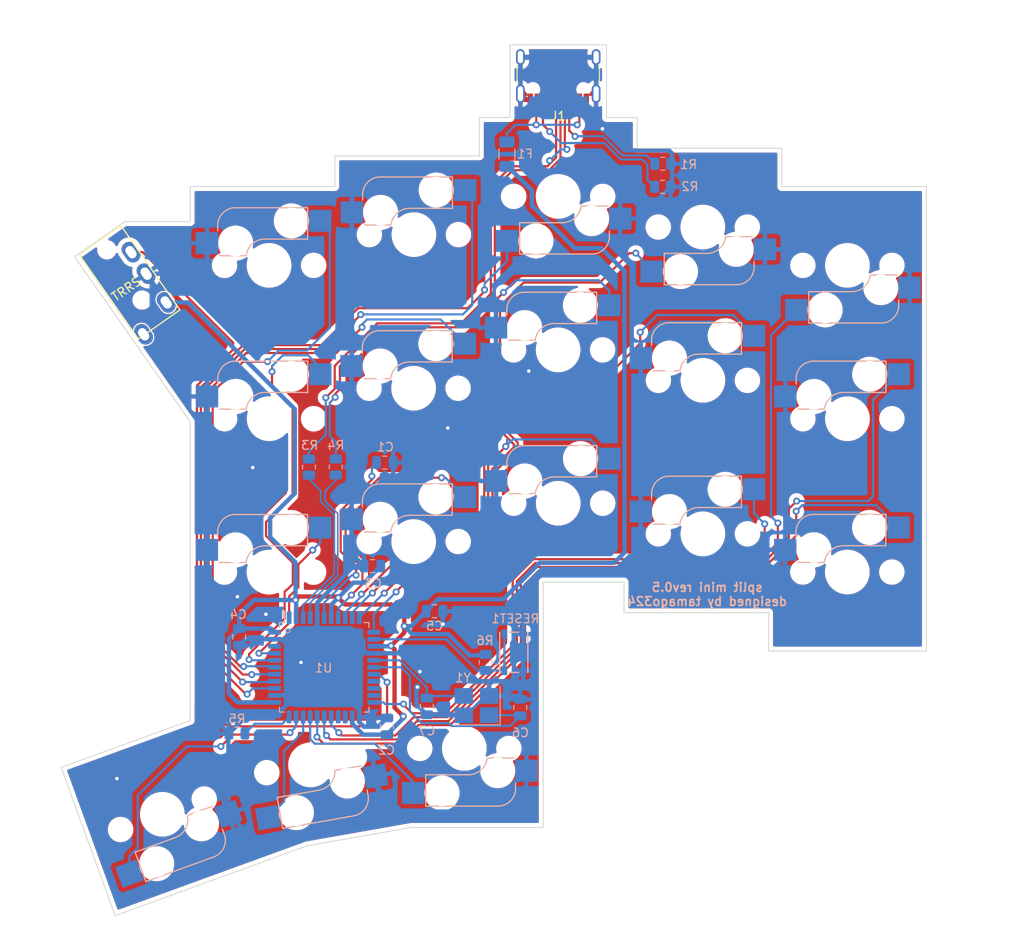
<source format=kicad_pcb>
(kicad_pcb (version 20211014) (generator pcbnew)
  (layers (0 "F.Cu" signal) (31 "B.Cu" signal) (34 "B.Paste" user) (35 "F.Paste" user) (36 "B.SilkS" user "B.Silkscreen") (37 "F.SilkS" user "F.Silkscreen") (38 "B.Mask" user) (39 "F.Mask" user) (44 "Edge.Cuts" user))
  (net 0 "")
  (net 1 "Net-(C1-Pad1)")
  (net 2 "GND")
  (net 3 "VCC")
  (net 4 "XTAL1")
  (net 5 "XTAL2")
  (net 6 "Net-(F1-Pad1)")
  (net 7 "Net-(J1-PadA5)")
  (net 8 "Net-(J1-PadA6)")
  (net 9 "Net-(J1-PadA7)")
  (net 11 "Net-(J1-PadB5)")
  (net 13 "SCL")
  (net 15 "D-")
  (net 16 "D+")
  (net 17 "Net-(R5-Pad1)")
  (net 18 "RESET")
  (net 19 "/col0")
  (net 20 "/col1")
  (net 21 "/col2")
  (net 22 "/col3")
  (net 23 "/col4")
  (net 24 "/col5")
  (net 25 "/col6")
  (net 26 "/col7")
  (net 27 "/col8")
  (net 28 "/col9")
  (net 29 "/col10")
  (net 30 "/col11")
  (net 31 "/col12")
  (net 32 "/col13")
  (net 33 "/col14")
  (net 34 "/col15")
  (net 35 "/col16")
  (net 36 "/col17")
  (footprint "split mini:CherryMX_Hotswap" (layer "F.Cu") (at 106.84 75.43)
    (fp_text reference "SW15" hide)
    (fp_text value "SW_Push" hide)
  )
  (footprint "split mini:USB_C_Receptacle_Neltron_5077CR-16SMC2" (layer "F.Cu") (at 73.86 17.75 180)
    (fp_text reference "J1")
    (fp_text value "USB_C_Receptacle_USB2.0")
  )
  (footprint "split mini:CherryMX_Hotswap" (layer "F.Cu") (at 57.35 54.46)
    (fp_text reference "SW7" hide)
    (fp_text value "SW_Push" hide)
  )
  (footprint "split mini:CherryMX_Hotswap" (layer "F.Cu") (at 73.85 32.57 180)
    (fp_text reference "SW3" hide)
    (fp_text value "SW_Push" hide)
  )
  (footprint "split mini:CherryMX_Hotswap" (layer "F.Cu") (at 40.87 57.94)
    (fp_text reference "SW6" hide)
    (fp_text value "SW_Push" hide)
  )
  (footprint "split mini:CherryMX_Hotswap" (layer "F.Cu") (at 45.6 97.44 -170)
    (fp_text reference "SW17" hide)
    (fp_text value "SW_Push" hide)
  )
  (footprint "split mini:CherryMX_Hotswap" (layer "F.Cu") (at 90.36 71.07)
    (fp_text reference "SW14" hide)
    (fp_text value "SW_Push" hide)
  )
  (footprint "split mini:CherryMX_Hotswap" (layer "F.Cu") (at 90.36 53.56)
    (fp_text reference "SW9" hide)
    (fp_text value "SW_Push" hide)
  )
  (footprint "split mini:CherryMX_Hotswap" (layer "F.Cu") (at 73.84 50.08)
    (fp_text reference "SW8" hide)
    (fp_text value "SW_Push" hide)
  )
  (footprint "split mini:MJ-4PP-9_1side" (layer "F.Cu") (at 21.494202 37.433667 35)
    (fp_text reference "J2")
    (fp_text value "MJ-4PP-9" hide)
  )
  (footprint "split mini:CherryMX_Hotswap" (layer "F.Cu") (at 106.85 57.94)
    (fp_text reference "SW10" hide)
    (fp_text value "SW_Push" hide)
  )
  (footprint "split mini:CherryMX_Hotswap" (layer "F.Cu") (at 40.85 75.44)
    (fp_text reference "SW11" hide)
    (fp_text value "SW_Push" hide)
  )
  (footprint "split mini:CherryMX_Hotswap" (layer "F.Cu") (at 40.86 40.44)
    (fp_text reference "SW1" hide)
    (fp_text value "SW_Push" hide)
  )
  (footprint "split mini:CherryMX_Hotswap" (layer "F.Cu") (at 57.36 71.95)
    (fp_text reference "SW12" hide)
    (fp_text value "SW_Push" hide)
  )
  (footprint "split mini:CherryMX_Hotswap" (layer "F.Cu") (at 106.85 40.44 180)
    (fp_text reference "SW5" hide)
    (fp_text value "SW_Push" hide)
  )
  (footprint "split mini:CherryMX_Hotswap" (layer "F.Cu") (at 57.39 36.93)
    (fp_text reference "SW2" hide)
    (fp_text value "SW_Push" hide)
  )
  (footprint "split mini:CherryMX_Hotswap" (layer "F.Cu") (at 73.85 67.58)
    (fp_text reference "SW13" hide)
    (fp_text value "SW_Push" hide)
  )
  (footprint "split mini:CherryMX_Hotswap" (layer "F.Cu") (at 28.69 103.07 -160)
    (fp_text reference "SW16" hide)
    (fp_text value "SW_Push" hide)
  )
  (footprint "split mini:CherryMX_Hotswap" (layer "F.Cu") (at 90.35 36.07 180)
    (fp_text reference "SW4" hide)
    (fp_text value "SW_Push" hide)
  )
  (footprint "split mini:CherryMX_Hotswap" (layer "F.Cu") (at 63.14 95.56 180)
    (fp_text reference "SW18" hide)
    (fp_text value "SW_Push" hide)
  )
  (footprint "Package_QFP:LQFP-44_10x10mm_P0.8mm" (layer "B.Cu") (at 47.1525 86.3 -90)
    (fp_text reference "U1")
    (fp_text value "ATmega32U4-A")
  )
  (footprint "Fuse:Fuse_1206_3216Metric" (layer "B.Cu") (at 68 27.75 -90)
    (fp_text reference "F1")
    (fp_text value "500mA")
  )
  (footprint "Resistor_SMD:R_0805_2012Metric" (layer "B.Cu") (at 37.2 93.85 180)
    (fp_text reference "R5")
    (fp_text value "10k")
  )
  (footprint "Resistor_SMD:R_0805_2012Metric" (layer "B.Cu") (at 85.79 28.84)
    (fp_text reference "R1")
    (fp_text value "5.1k")
  )
  (footprint "Capacitor_SMD:C_0805_2012Metric" (layer "B.Cu") (at 59.74 79.9)
    (fp_text reference "C5")
    (fp_text value "10μF")
  )
  (footprint "Capacitor_SMD:C_0805_2012Metric" (layer "B.Cu") (at 58.86 90.76 -90)
    (fp_text reference "C7")
    (fp_text value "22pF")
  )
  (footprint "Resistor_SMD:R_0805_2012Metric" (layer "B.Cu") (at 85.7625 31.48)
    (fp_text reference "R2")
    (fp_text value "5.1k")
  )
  (footprint "nosuz:SKRPAxE010" (layer "B.Cu") (at 68.79 84.59 90)
    (fp_text reference "RESET1")
    (fp_text value "SKRPACE010")
  )
  (footprint "Crystal:Crystal_SMD_SeikoEpson_FA238-4Pin_3.2x2.5mm_HandSoldering" (layer "B.Cu") (at 64.53 90.67 180)
    (fp_text reference "Y1")
    (fp_text value "16MHz")
  )
  (footprint "Capacitor_SMD:C_0805_2012Metric" (layer "B.Cu") (at 37.46 82.83 -90)
    (fp_text reference "C4")
    (fp_text value "0.1μF")
  )
  (footprint "Capacitor_SMD:C_0805_2012Metric" (layer "B.Cu") (at 54.3025 93.03 90)
    (fp_text reference "C2")
    (fp_text value "0.1μF")
  )
  (footprint "Resistor_SMD:R_0805_2012Metric" (layer "B.Cu") (at 65.57 85.74 -90)
    (fp_text reference "R6")
    (fp_text value "10k")
  )
  (footprint "Capacitor_SMD:C_0805_2012Metric" (layer "B.Cu") (at 69.52 90.89 -90)
    (fp_text reference "C6")
    (fp_text value "22pF")
  )
  (footprint "Resistor_SMD:R_0805_2012Metric" (layer "B.Cu") (at 48.47 63.4425 -90)
    (fp_text reference "R4")
    (fp_text value "22")
  )
  (footprint "Resistor_SMD:R_0805_2012Metric" (layer "B.Cu") (at 45.41 63.46 -90)
    (fp_text reference "R3")
    (fp_text value "22")
  )
  (footprint "Capacitor_SMD:C_0805_2012Metric" (layer "B.Cu") (at 52.66 74.75 180)
    (fp_text reference "C3")
    (fp_text value "0.1μF")
  )
  (footprint "Capacitor_SMD:C_0805_2012Metric" (layer "B.Cu") (at 54.07 62.94)
    (fp_text reference "C1")
    (fp_text value "1μF")
  )
  (gr_circle (center 42.9925 82.12) (end 43.2225 82.21) (layer "B.SilkS") (width 0.1) (fill none))
  (gr_line (start 31.862559 92.361502) (end 17.138087 97.720772) (layer "Edge.Cuts") (width 0.1))
  (gr_line (start 99.362559 27.072346) (end 82.862559 27.072346) (layer "Edge.Cuts") (width 0.1))
  (gr_line (start 99.362559 31.447346) (end 99.362559 27.072346) (layer "Edge.Cuts") (width 0.1))
  (gr_line (start 31.862559 35.447346) (end 24.406065 35.447346) (layer "Edge.Cuts") (width 0.1))
  (gr_line (start 31.862559 58.30045) (end 18.672001 39.462381) (layer "Edge.Cuts") (width 0.1))
  (gr_line (start 97.862559 80.072346) (end 97.862559 84.447346) (layer "Edge.Cuts") (width 0.1))
  (gr_line (start 23.294449 114.635239) (end 45.197576 106.663153) (layer "Edge.Cuts") (width 0.1))
  (gr_line (start 81.362559 80.072346) (end 97.862559 80.072346) (layer "Edge.Cuts") (width 0.1))
  (gr_line (start 17.138087 97.720772) (end 23.294449 114.635239) (layer "Edge.Cuts") (width 0.1))
  (gr_line (start 48.362559 27.947346) (end 64.862559 27.947346) (layer "Edge.Cuts") (width 0.1))
  (gr_line (start 115.862559 31.447346) (end 99.362559 31.447346) (layer "Edge.Cuts") (width 0.1))
  (gr_line (start 72.137559 104.572346) (end 72.137559 76.572346) (layer "Edge.Cuts") (width 0.1))
  (gr_line (start 57.05513 104.572346) (end 72.137559 104.572346) (layer "Edge.Cuts") (width 0.1))
  (gr_line (start 97.862559 84.447346) (end 115.862559 84.447346) (layer "Edge.Cuts") (width 0.1))
  (gr_line (start 82.862559 27.072346) (end 82.862559 23.572346) (layer "Edge.Cuts") (width 0.1))
  (gr_line (start 31.862559 58.30045) (end 31.862559 92.361502) (layer "Edge.Cuts") (width 0.1))
  (gr_line (start 64.862559 23.572346) (end 68.362559 23.572346) (layer "Edge.Cuts") (width 0.1))
  (gr_line (start 45.197576 106.663153) (end 57.05513 104.572346) (layer "Edge.Cuts") (width 0.1))
  (gr_line (start 68.362559 15.272346) (end 68.362559 23.572346) (layer "Edge.Cuts") (width 0.1))
  (gr_line (start 115.862559 84.447346) (end 115.862559 31.447346) (layer "Edge.Cuts") (width 0.1))
  (gr_line (start 48.362559 31.447346) (end 48.362559 27.947346) (layer "Edge.Cuts") (width 0.1))
  (gr_line (start 18.672001 39.462381) (end 24.406065 35.447346) (layer "Edge.Cuts") (width 0.1))
  (gr_line (start 79.362559 15.272346) (end 79.362559 23.572346) (layer "Edge.Cuts") (width 0.1))
  (gr_line (start 79.362559 23.572346) (end 82.862559 23.572346) (layer "Edge.Cuts") (width 0.1))
  (gr_line (start 68.362559 15.272346) (end 79.362559 15.272346) (layer "Edge.Cuts") (width 0.1))
  (gr_line (start 31.862559 31.447346) (end 31.862559 35.447346) (layer "Edge.Cuts") (width 0.1))
  (gr_line (start 64.862559 27.947346) (end 64.862559 23.572346) (layer "Edge.Cuts") (width 0.1))
  (gr_line (start 48.362559 31.447346) (end 31.862559 31.447346) (layer "Edge.Cuts") (width 0.1))
  (gr_line (start 81.362559 76.572346) (end 81.362559 80.072346) (layer "Edge.Cuts") (width 0.1))
  (gr_line (start 72.137559 76.572346) (end 81.362559 76.572346) (layer "Edge.Cuts") (width 0.1))
  (gr_text "split mini rev0.5\ndesigned by tamago324" (at 90.84 77.98) (layer "B.SilkS") (effects (font (size 1 1) (thickness 0.2)) (justify mirror)))
  (segment (start 49.03 73.084064) (end 49.03 68.448909) (width 0.25) (layer "F.Cu") (net 1))
  (segment (start 50.786478 74.840542) (end 49.03 73.084064) (width 0.25) (layer "F.Cu") (net 1))
  (segment (start 52.59 64.888909) (end 52.59 64.5) (width 0.25) (layer "F.Cu") (net 1))
  (segment (start 49.03 68.448909) (end 52.59 64.888909) (width 0.25) (layer "F.Cu") (net 1))
  (segment (start 50.786478 75.7895) (end 50.786478 74.840542) (width 0.25) (layer "F.Cu") (net 1))
  (via (at 52.59 64.5) (size 0.8) (drill 0.4) (layers "F.Cu" "B.Cu") (net 1))
  (via (at 50.786478 75.7895) (size 0.8) (drill 0.4) (layers "F.Cu" "B.Cu") (net 1))
  (segment (start 52.59 63.47) (end 53.12 62.94) (width 0.25) (layer "B.Cu") (net 1))
  (segment (start 47.1525 78.9375) (end 47.1525 80.6375) (width 0.25) (layer "B.Cu") (net 1))
  (segment (start 50.786478 75.7895) (end 50.3005 75.7895) (width 0.25) (layer "B.Cu") (net 1))
  (segment (start 50.3005 75.7895) (end 47.1525 78.9375) (width 0.25) (layer "B.Cu") (net 1))
  (segment (start 52.59 64.5) (end 52.59 63.47) (width 0.25) (layer "B.Cu") (net 1))
  (segment (start 77.06 23.61) (end 78.3 24.85) (width 0.5) (layer "F.Cu") (net 2))
  (segment (start 60.71 81.38) (end 60.71 84.15) (width 0.5) (layer "F.Cu") (net 2))
  (segment (start 60.71 84.15) (end 58.072299 86.787701) (width 0.5) (layer "F.Cu") (net 2))
  (segment (start 70.66 21.55) (end 70.24 21.55) (width 0.5) (layer "F.Cu") (net 2))
  (segment (start 57.787701 87.072299) (end 58.072299 86.787701) (width 0.5) (layer "F.Cu") (net 2))
  (segment (start 70.24 21.55) (end 69.54 20.85) (width 0.5) (layer "F.Cu") (net 2))
  (segment (start 77.06 21.55) (end 77.06 23.61) (width 0.5) (layer "F.Cu") (net 2))
  (segment (start 78.3 24.85) (end 78.9 24.85) (width 0.5) (layer "F.Cu") (net 2))
  (segment (start 57.787701 88.552299) (end 57.787701 87.072299) (width 0.5) (layer "F.Cu") (net 2))
  (via (at 44.5 85.75) (size 0.8) (drill 0.4) (layers "F.Cu" "B.Cu") (net 2))
  (via (at 70.5 52.5) (size 0.8) (drill 0.4) (layers "F.Cu" "B.Cu") (net 2))
  (via (at 57.787701 88.552299) (size 0.8) (drill 0.4) (layers "F.Cu" "B.Cu") (net 2))
  (via (at 78.9 24.85) (size 0.8) (drill 0.4) (layers "F.Cu" "B.Cu") (net 2))
  (via (at 37.25 78.25) (size 0.8) (drill 0.4) (layers "F.Cu" "B.Cu") (net 2))
  (via (at 58.072299 86.787701) (size 0.8) (drill 0.4) (layers "F.Cu" "B.Cu") (net 2))
  (via (at 40.5 80.25) (size 0.8) (drill 0.4) (layers "F.Cu" "B.Cu") (net 2))
  (via (at 60.71 81.38) (size 0.8) (drill 0.4) (layers "F.Cu" "B.Cu") (net 2))
  (via (at 39 63.5) (size 0.8) (drill 0.4) (layers "F.Cu" "B.Cu") (net 2))
  (via (at 61.25 59) (size 0.8) (drill 0.4) (layers "F.Cu" "B.Cu") (net 2))
  (via (at 23.5 99) (size 0.8) (drill 0.4) (layers "F.Cu" "B.Cu") (net 2))
  (segment (start 99.765 55.4) (end 99.765 72.88) (width 0.5) (layer "B.Cu") (net 2))
  (segment (start 53.018429 99.785429) (end 53.018429 98.711114) (width 0.5) (layer "B.Cu") (net 2))
  (segment (start 54.3025 92.08) (end 53.3025 93.08) (width 0.5) (layer "B.Cu") (net 2))
  (segment (start 42.709175 83.250825) (end 44.135 81.825) (width 0.5) (layer "B.Cu") (net 2))
  (segment (start 42.79 89.5) (end 42.79 83.63165) (width 0.5) (layer "B.Cu") (net 2))
  (segment (start 83.275 74.035) (end 84.78 75.54) (width 0.5) (layer "B.Cu") (net 2))
  (segment (start 51.6916 93.08) (end 51.1525 92.5409) (width 0.5) (layer "B.Cu") (net 2))
  (segment (start 46.08335 81.825) (end 46.3525 81.55585) (width 0.5) (layer "B.Cu") (net 2))
  (segment (start 51.6275 83.2375) (end 50.215 81.825) (width 0.5) (layer "B.Cu") (net 2))
  (segment (start 55.993 102.76) (end 47.31 102.76) (width 0.5) (layer "B.Cu") (net 2))
  (segment (start 55.993 102.76) (end 53.018429 99.785429) (width 0.5) (layer "B.Cu") (net 2))
  (segment (start 51.52 74.94) (end 51.71 74.75) (width 0.5) (layer "B.Cu") (net 2))
  (segment (start 65.24 60.81) (end 66.755 62.325) (width 0.5) (layer "B.Cu") (net 2))
  (segment (start 51.1525 91.19415) (end 50.54835 90.59) (width 0.5) (layer "B.Cu") (net 2))
  (segment (start 50.265 62.265) (end 50.265 63.945) (width 0.5) (layer "B.Cu") (net 2))
  (segment (start 42.79 89.5) (end 42.79 90.66) (width 0.5) (layer "B.Cu") (net 2))
  (segment (start 51.1525 91.9625) (end 51.1525 91.19415) (width 0.5) (layer "B.Cu") (net 2))
  (segment (start 78.18 24.09) (end 81.412346 27.322346) (width 0.5) (layer "B.Cu") (net 2))
  (segment (start 99.755 73.665) (end 99.755 72.89) (width 0.5) (layer "B.Cu") (net 2))
  (segment (start 47.31 102.76) (end 44.29 105.78) (width 0.5) (layer "B.Cu") (net 2))
  (segment (start 50.275 73.315) (end 51.71 74.75) (width 0.5) (layer "B.Cu") (net 2))
  (segment (start 42.79 89.5) (end 41.49 89.5) (width 0.5) (layer "B.Cu") (net 2))
  (segment (start 86.8425 27.6725) (end 86.8425 28.61) (width 0.5) (layer "B.Cu") (net 2))
  (segment (start 80.52995 75.08) (end 82.01495 73.595) (width 0.5) (layer "B.Cu") (net 2))
  (segment (start 83.275 73.595) (end 83.275 74.035) (width 0.5) (layer "B.Cu") (net 2))
  (segment (start 86.8425 28.61) (end 86.8525 28.62) (width 0.5) (layer "B.Cu") (net 2))
  (segment (start 42.409175 83.250825) (end 42.25835 83.1) (width 0.5) (layer "B.Cu") (net 2))
  (segment (start 46.3525 80.6375) (end 46.3525 78.924328) (width 0.5) (layer "B.Cu") (net 2))
  (segment (start 38.962846 105.78) (end 36.216453 103.033607) (width 0.5) (layer "B.Cu") (net 2))
  (segment (start 54.34 60.81) (end 51.53 60.81) (width 0.5) (layer "B.Cu") (net 2))
  (segment (start 42.79 90.66) (end 41.36 92.09) (width 0.5) (layer "B.Cu") (net 2))
  (segment (start 37.46 83.78) (end 38.14 83.1) (width 0.5) (layer "B.Cu") (net 2))
  (segment (start 66.755 47.54) (end 66.755 62.325) (width 0.5) (layer "B.Cu") (net 2))
  (segment (start 84.78 75.54) (end 97.88 75.54) (width 0.5) (layer "B.Cu") (net 2))
  (segment (start 46.3525 81.55585) (end 46.3525 80.6375) (width 0.5) (layer "B.Cu") (net 2))
  (segment (start 50.305 34.39) (end 50.305 51.88) (width 0.5) (layer "B.Cu") (net 2))
  (segment (start 63.02 91.71) (end 63.08 91.77) (width 0.5) (layer "B.Cu") (net 2))
  (segment (start 44.135 81.825) (end 46.08335 81.825) (width 0.5) (layer "B.Cu") (net 2))
  (segment (start 55.02 62.94) (end 55.02 61.49) (width 0.5) (layer "B.Cu") (net 2))
  (segment (start 43.88 90.59) (end 42.79 89.5) (width 0.5) (layer "B.Cu") (net 2))
  (segment (start 33.785 52.405) (end 27.469603 46.089603) (width 0.5) (layer "B.Cu") (net 2))
  (segment (start 33.785 39.885) (end 33.785 37.91) (width 0.5) (layer "B.Cu") (net 2))
  (segment (start 57.685 90.535) (end 58.86 91.71) (width 0.5) (layer "B.Cu") (net 2))
  (segment (start 41.49 89.5) (end 42.25835 89.5) (width 0.5) (layer "B.Cu") (net 2))
  (segment (start 66.755 65.03) (end 66.765 65.04) (width 0.5) (layer "B.Cu") (net 2))
  (segment (start 99.041221 35.58) (end 111.61 35.58) (width 0.5) (layer "B.Cu") (net 2))
  (segment (start 38.14 83.1) (end 41.49 83.1) (width 0.5) (layer "B.Cu") (net 2))
  (segment (start 52.04665 84.7) (end 51.6275 84.28085) (width 0.5) (layer "B.Cu") (net 2))
  (segment (start 69.54 16.75) (end 78.18 16.75) (width 0.5) (layer "B.Cu") (net 2))
  (segment (start 51.53 60.81) (end 50.265 62.075) (width 0.5) (layer "B.Cu") (net 2))
  (segment (start 68.66 87.88) (end 58.953172 87.88) (width 0.5) (layer "B.Cu") (net 2))
  (segment (start 58.86 91.71) (end 63.02 91.71) (width 0.5) (layer "B.Cu") (net 2))
  (segment (start 63.33 91.77) (end 63.08 91.77) (width 0.3) (layer "B.Cu") (net 2))
  (segment (start 54.34 60.81) (end 65.24 60.81) (width 0.5) (layer "B.Cu") (net 2))
  (segment (start 33.765 80.945051) (end 33.765 72.9) (width 0.5) (layer "B.Cu") (net 2))
  (segment (start 80.935 35.11) (end 80.935 39.145) (width 0.5) (layer "B.Cu") (net 2))
  (segment (start 80.935 39.145) (end 82.24 40.45) (width 0.5) (layer "B.Cu") (net 2))
  (segment (start 82.24 40.45) (end 82.24 49.985) (width 0.5) (layer "B.Cu") (net 2))
  (segment (start 60.71 80.06) (end 60.69 80.04) (width 0.5) (layer "B.Cu") (net 2))
  (segment (start 86.8525 28.62) (end 86.8525 31.31) (width 0.5) (layer "B.Cu") (net 2))
  (segment (start 33.765 55.42) (end 33.785 55.4) (width 0.5) (layer "B.Cu") (net 2))
  (segment (start 69.87 82.51) (end 68.03 80.67) (width 0.5) (layer "B.Cu") (net 2))
  (segment (start 83.275 68.53) (end 83.275 73.595) (width 0.5) (layer "B.Cu") (net 2))
  (segment (start 57.685 88.655) (end 57.685 90.535) (width 0.5) (layer "B.Cu") (net 2))
  (segment (start 26.827953 41.389814) (end 32.280186 41.389814) (width 0.5) (layer "B.Cu") (net 2))
  (segment (start 50.265 69.4) (end 50.275 69.41) (width 0.5) (layer "B.Cu") (net 2))
  (segment (start 50.265 62.075) (end 50.265 62.265) (width 0.5) (layer "B.Cu") (net 2))
  (segment (start 58.953172 87.88) (end 55.773172 84.7) (width 0.5) (layer "B.Cu") (net 2))
  (segment (start 50.275 69.41) (end 50.275 73.315) (width 0.5) (layer "B.Cu") (net 2))
  (segment (start 78.18 16.75) (end 78.18 24.09) (width 0.5) (layer "B.Cu") (net 2))
  (segment (start 46.3525 78.924328) (end 50.336828 74.94) (width 0.5) (layer "B.Cu") (net 2))
  (segment (start 68.03 80.67) (end 68.03 79.07995) (width 0.5) (layer "B.Cu") (net 2))
  (segment (start 33.765 72.9) (end 33.765 55.42) (width 0.5) (layer "B.Cu") (net 2))
  (segment (start 82.24 49.985) (end 83.275 51.02) (width 0.5) (layer "B.Cu") (net 2))
  (segment (start 60.71 81.38) (end 60.71 80.06) (width 0.5) (layer "B.Cu") (net 2))
  (segment (start 65.98 89.57) (end 69.15 89.57) (width 0.5) (layer "B.Cu") (net 2))
  (segment (start 65.98 89.57) (end 65.53 89.57) (width 0.3) (layer "B.Cu") (net 2))
  (segment (start 69.87 86.67) (end 68.66 87.88) (width 0.5) (layer "B.Cu") (net 2))
  (segment (start 94.941221 31.48) (end 97.435 33.973779) (width 0.5) (layer "B.Cu") (net 2))
  (segment (start 66.755 62.325) (end 66.755 65.03) (width 0.5) (layer "B.Cu") (net 2))
  (segment (start 113.935 37.905) (end 113.935 42.98) (width 0.5) (layer "B.Cu") (net 2))
  (segment (start 69.54 20.85) (end 69.54 16.75) (width 0.5) (layer "B.Cu") (net 2))
  (segment (start 35.585 93.1475) (end 35.585 82.765051) (width 0.5) (layer "B.Cu") (net 2))
  (segment (start 83.0525 35.11) (end 80.935 35.11) (width 0.5) (layer "B.Cu") (net 2))
  (segment (start 52.815 84.7) (end 54.28 84.7) (width 0.5) (layer "B.Cu") (net 2))
  (segment (start 97.435 33.973779) (end 99.041221 35.58) (width 0.5) (layer "B.Cu") (net 2))
  (segment (start 86.675 31.48) (end 94.941221 31.48) (width 0.5) (layer "B.Cu") (net 2))
  (segment (start 27.469603 42.031464) (end 26.827953 41.389814) (width 0.5) (layer "B.Cu") (net 2))
  (segment (start 53.3025 93.08) (end 51.6916 93.08) (width 0.5) (layer "B.Cu") (net 2))
  (segment (start 35.585 82.765051) (end 33.765 80.945051) (width 0.5) (layer "B.Cu") (net 2))
  (segment (start 65.53 89.57) (end 63.33 91.77) (width 0.3) (layer "B.Cu") (net 2))
  (segment (start 42.409175 83.250825) (end 42.709175 83.250825) (width 0.5) (layer "B.Cu") (net 2))
  (segment (start 57.787701 88.552299) (end 57.685 88.655) (width 0.5) (layer "B.Cu") (net 2))
  (segment (start 81.412346 27.322346) (end 86.492346 27.322346) (width 0.5) (layer "B.Cu") (net 2))
  (segment (start 36.2875 93.85) (end 35.585 93.1475) (width 0.5) (layer "B.Cu") (net 2))
  (segment (start 27.469603 46.089603) (end 27.469603 42.031464) (width 0.5) (layer "B.Cu") (net 2))
  (segment (start 50.336828 74.94) (end 51.52 74.94) (width 0.5) (layer "B.Cu") (net 2))
  (segment (start 65.565 102.76) (end 55.993 102.76) (width 0.5) (layer "B.Cu") (net 2))
  (segment (start 42.79 83.63165) (end 42.409175 83.250825) (width 0.5) (layer "B.Cu") (net 2))
  (segment (start 36.216453 103.033607) (end 36.216453 93.921047) (width 0.5) (layer "B.Cu") (net 2))
  (segment (start 50.265 63.945) (end 50.265 69.4) (width 0.5) (layer "B.Cu") (net 2))
  (segment (start 70.225 98.1) (end 65.565 102.76) (width 0.5) (layer "B.Cu") (net 2))
  (segment (start 97.88 75.54) (end 99.755 73.665) (width 0.5) (layer "B.Cu") (net 2))
  (segment (start 33.785 55.4) (end 33.785 52.405) (width 0.5) (layer "B.Cu") (net 2))
  (segment (start 99.765 72.88) (end 99.755 72.89) (width 0.5) (layer "B.Cu") (net 2))
  (segment (start 36.216453 93.921047) (end 36.2875 93.85) (width 0.5) (layer "B.Cu") (net 2))
  (segment (start 42.25835 83.1) (end 41.49 83.1) (width 0.5) (layer "B.Cu") (net 2))
  (segment (start 50.305 51.88) (end 50.265 51.92) (width 0.5) (layer "B.Cu") (net 2))
  (segment (start 50.265 51.92) (end 50.265 62.265) (width 0.5) (layer "B.Cu") (net 2))
  (segment (start 52.815 84.7) (end 52.04665 84.7) (width 0.5) (layer "B.Cu") (net 2))
  (segment (start 86.492346 27.322346) (end 86.8425 27.6725) (width 0.5) (layer "B.Cu") (net 2))
  (segment (start 97.435 33.973779) (end 97.435 38.61) (width 0.5) (layer "B.Cu") (net 2))
  (segment (start 41.36 92.09) (end 38.0475 92.09) (width 0.5) (layer "B.Cu") (net 2))
  (segment (start 86.8525 31.31) (end 83.0525 35.11) (width 0.5) (layer "B.Cu") (net 2))
  (segment (start 46.62165 81.825) (end 46.3525 81.55585) (width 0.5) (layer "B.Cu") (net 2))
  (segment (start 69.15 89.57) (end 69.52 89.94) (width 0.5) (layer "B.Cu") (net 2))
  (segment (start 60.69 80.04) (end 60.69 79.9) (width 0.5) (layer "B.Cu") (net 2))
  (segment (start 50.54835 90.59) (end 43.88 90.59) (width 0.5) (layer "B.Cu") (net 2))
  (segment (start 44.29 105.78) (end 38.962846 105.78) (width 0.5) (layer "B.Cu") (net 2))
  (segment (start 38.0475 92.09) (end 36.2875 93.85) (width 0.5) (layer "B.Cu") (net 2))
  (segment (start 83.275 51.02) (end 83.275 68.53) (width 0.5) (layer "B.Cu") (net 2))
  (segment (start 82.01495 73.595) (end 83.275 73.595) (width 0.5) (layer "B.Cu") (net 2))
  (segment (start 68.03 79.07995) (end 72.02995 75.08) (width 0.5) (layer "B.Cu") (net 2))
  (segment (start 32.280186 41.389814) (end 33.785 39.885) (width 0.5) (layer "B.Cu") (net 2))
  (segment (start 55.773172 84.7) (end 53.52 84.7) (width 0.5) (layer "B.Cu") (net 2))
  (segment (start 33.785 37.91) (end 33.775 37.9) (width 0.5) (layer "B.Cu") (net 2))
  (segment (start 72.02995 75.08) (end 80.52995 75.08) (width 0.5) (layer "B.Cu") (net 2))
  (segment (start 111.61 35.58) (end 113.935 37.905) (width 0.5) (layer "B.Cu") (net 2))
  (segment (start 55.02 61.49) (end 54.34 60.81) (width 0.5) (layer "B.Cu") (net 2))
  (segment (start 51.6275 84.28085) (end 51.6275 83.2375) (width 0.5) (layer "B.Cu") (net 2))
  (segment (start 69.87 82.51) (end 69.87 86.67) (width 0.5) (layer "B.Cu") (net 2))
  (segment (start 51.1525 92.5409) (end 51.1525 91.9625) (width 0.5) (layer "B.Cu") (net 2))
  (segment (start 50.215 81.825) (end 46.62165 81.825) (width 0.5) (layer "B.Cu") (net 2))
  (segment (start 54.8 79.13) (end 56.29 80.62) (width 0.5) (layer "F.Cu") (net 3))
  (segment (start 48.61 78.22) (end 44.28 78.22) (width 0.5) (layer "F.Cu") (net 3))
  (segment (start 55.18 84.250848) (end 54.779652 83.8505) (width 0.5) (layer "F.Cu") (net 3))
  (segment (start 49.52 79.13) (end 54.8 79.13) (width 0.5) (layer "F.Cu") (net 3))
  (segment (start 55.18 90.9) (end 55.18 84.250848) (width 0.5) (layer "F.Cu") (net 3))
  (segment (start 56.29 81.6) (end 56.29 82.340152) (width 0.5) (layer "F.Cu") (net 3))
  (segment (start 56.29 80.62) (end 56.29 81.6) (width 0.5) (layer "F.Cu") (net 3))
  (segment (start 48.752299 78.362299) (end 49.52 79.13) (width 0.5) (layer "F.Cu") (net 3))
  (segment (start 56.17 91.89) (end 55.18 90.9) (width 0.5) (layer "F.Cu") (net 3))
  (segment (start 56.29 82.340152) (end 54.779652 83.8505) (width 0.5) (layer "F.Cu") (net 3))
  (segment (start 48.752299 78.362299) (end 48.61 78.22) (width 0.5) (layer "F.Cu") (net 3))
  (segment (start 44.28 78.22) (end 43.879057 78.620943) (width 0.5) (layer "F.Cu") (net 3))
  (via (at 43.879057 78.620943) (size 0.8) (drill 0.4) (layers "F.Cu" "B.Cu") (net 3))
  (via (at 54.779652 83.8505) (size 0.8) (drill 0.4) (layers "F.Cu" "B.Cu") (net 3))
  (via (at 48.752299 78.362299) (size 0.8) (drill 0.4) (layers "F.Cu" "B.Cu") (net 3))
  (via (at 56.29 81.6) (size 0.8) (drill 0.4) (layers "F.Cu" "B.Cu") (net 3))
  (via (at 56.17 91.89) (size 0.8) (drill 0.4) (layers "F.Cu" "B.Cu") (net 3))
  (segment (start 43.879057 78.620943) (end 43.9525 78.694386) (width 0.5) (layer "B.Cu") (net 3))
  (segment (start 43.8 56.85) (end 43.8 66.45) (width 0.5) (layer "B.Cu") (net 3))
  (segment (start 31.616423 44.666423) (end 43.8 56.85) (width 0.5) (layer "B.Cu") (net 3))
  (segment (start 70.85 31.89) (end 68.11 29.15) (width 0.5) (layer "B.Cu") (net 3))
  (segment (start 29.122259 44.666423) (end 31.616423 44.666423) (width 0.5) (layer "B.Cu") (net 3))
  (segment (start 37.28 90.3) (end 36.285 89.305) (width 0.5) (layer "B.Cu") (net 3))
  (segment (start 81.407 41.107) (end 78.78 38.48) (width 0.5) (layer "B.Cu") (net 3))
  (segment (start 51.60165 93.98) (end 54.3025 93.98) (width 0.5) (layer "B.Cu") (net 3))
  (segment (start 63.723172 84.94) (end 61.308172 82.525) (width 0.5) (layer "B.Cu") (net 3))
  (segment (start 65.4575 84.94) (end 63.723172 84.94) (width 0.5) (layer "B.Cu") (net 3))
  (segment (start 36.285 83.055) (end 37.46 81.88) (width 0.5) (layer "B.Cu") (net 3))
  (segment (start 60.15 78.54) (end 67.58 78.54) (width 0.5) (layer "B.Cu") (net 3))
  (segment (start 57.09 81.6) (end 56.33 81.6) (width 0.5) (layer "B.Cu") (net 3))
  (segment (start 54.730152 83.9) (end 54.779652 83.8505) (width 0.5) (layer "B.Cu") (net 3))
  (segment (start 61.308172 82.525) (end 57.215 82.525) (width 0.5) (layer "B.Cu") (net 3))
  (segment (start 65.57 84.8275) (end 65.4575 84.94) (width 0.5) (layer "B.Cu") (net 3))
  (segment (start 50.3525 91.9625) (end 50.3525 92.73085) (width 0.5) (layer "B.Cu") (net 3))
  (segment (start 56.33 81.6) (end 56.36 81.63) (width 0.5) (layer "B.Cu") (net 3))
  (segment (start 50.475098 76.6395) (end 51.7205 76.6395) (width 0.5) (layer "B.Cu") (net 3))
  (segment (start 41.49 90.3) (end 37.28 90.3) (width 0.5) (layer "B.Cu") (net 3))
  (segment (start 78.78 38.48) (end 75.74 38.48) (width 0.5) (layer "B.Cu") (net 3))
  (segment (start 40.98 69.27) (end 40.98 71.43) (width 0.5) (layer "B.Cu") (net 3))
  (segment (start 57.215 82.525) (end 56.29 81.6) (width 0.5) (layer "B.Cu") (net 3))
  (segment (start 37.46 81.88) (end 41.07 81.88) (width 0.5) (layer "B.Cu") (net 3))
  (segment (start 41.07 81.88) (end 41.49 82.3) (width 0.5) (layer "B.Cu") (net 3))
  (segment (start 68.11 29.15) (end 68 29.15) (width 0.5) (layer "B.Cu") (net 3))
  (segment (start 56.17 92.1125) (end 54.3025 93.98) (width 0.5) (layer "B.Cu") (net 3))
  (segment (start 58.79 79.9) (end 57.09 81.6) (width 0.5) (layer "B.Cu") (net 3))
  (segment (start 37.46 80.29) (end 37.46 81.88) (width 0.5) (layer "B.Cu") (net 3))
  (segment (start 43.9525 78.694386) (end 43.9525 80.6375) (width 0.5) (layer "B.Cu") (net 3))
  (segment (start 67.58 78.54) (end 71.74 74.38) (width 0.5) (layer "B.Cu") (net 3))
  (segment (start 70.85 33.59) (end 70.85 31.89) (width 0.5) (layer "B.Cu") (net 3))
  (segment (start 71.74 74.38) (end 80.24 74.38) (width 0.5) (layer "B.Cu") (net 3))
  (segment (start 75.74 38.48) (end 70.85 33.59) (width 0.5) (layer "B.Cu") (net 3))
  (segment (start 48.752299 78.362299) (end 50.475098 76.6395) (width 0.5) (layer "B.Cu") (net 3))
  (segment (start 40.98 71.43) (end 43.879057 74.329057) (width 0.5) (layer "B.Cu") (net 3))
  (segment (start 47.9525 79.162098) (end 47.9525 80.6375) (width 0.5) (layer "B.Cu") (net 3))
  (segment (start 81.417 73.203) (end 81.417 46.777) (width 0.5) (layer "B.Cu") (net 3))
  (segment (start 81.34 46.7) (end 81.407 46.633) (width 0.5) (layer "B.Cu") (net 3))
  (segment (start 52.815 83.9) (end 54.730152 83.9) (width 0.5) (layer "B.Cu") (net 3))
  (segment (start 58.79 79.9) (end 60.15 78.54) (width 0.5) (layer "B.Cu") (net 3))
  (segment (start 80.24 74.38) (end 81.417 73.203) (width 0.5) (layer "B.Cu") (net 3))
  (segment (start 56.17 91.89) (end 56.17 92.1125) (width 0.5) (layer "B.Cu") (net 3))
  (segment (start 50.3525 92.73085) (end 51.60165 93.98) (width 0.5) (layer "B.Cu") (net 3))
  (segment (start 81.417 46.777) (end 81.34 46.7) (width 0.5) (layer "B.Cu") (net 3))
  (segment (start 48.752299 78.362299) (end 47.9525 79.162098) (width 0.5) (layer "B.Cu") (net 3))
  (segment (start 51.7205 76.6395) (end 53.61 74.75) (width 0.5) (layer "B.Cu") (net 3))
  (segment (start 36.285 89.305) (end 36.285 83.055) (width 0.5) (layer "B.Cu") (net 3))
  (segment (start 39.129057 78.620943) (end 37.46 80.29) (width 0.5) (layer "B.Cu") (net 3))
  (segment (start 43.879057 74.329057) (end 43.879057 78.620943) (width 0.5) (layer "B.Cu") (net 3))
  (segment (start 43.8 66.45) (end 40.98 69.27) (width 0.5) (layer "B.Cu") (net 3))
  (segment (start 43.879057 78.620943) (end 39.129057 78.620943) (width 0.5) (layer "B.Cu") (net 3))
  (segment (start 81.407 46.633) (end 81.407 41.107) (width 0.5) (layer "B.Cu") (net 3))
  (segment (start 69.45 91.77) (end 69.52 91.84) (width 0.25) (layer "B.Cu") (net 4))
  (segment (start 69.52 91.84) (end 68.365 92.995) (width 0.25) (layer "B.Cu") (net 4))
  (segment (start 56.93 87.306396) (end 55.923604 86.3) (width 0.25) (layer "B.Cu") (net 4))
  (segment (start 56.93 91.318173) (end 56.93 87.306396) (width 0.25) (layer "B.Cu") (net 4))
  (segment (start 68.365 92.995) (end 61.705 92.995) (width 0.25) (layer "B.Cu") (net 4))
  (segment (start 58.291827 92.68) (end 56.93 91.318173) (width 0.25) (layer "B.Cu") (net 4))
  (segment (start 61.39 92.68) (end 58.291827 92.68) (width 0.25) (layer "B.Cu") (net 4))
  (segment (start 65.98 91.77) (end 69.45 91.77) (width 0.25) (layer "B.Cu") (net 4))
  (segment (start 55.923604 86.3) (end 52.815 86.3) (width 0.25) (layer "B.Cu") (net 4))
  (segment (start 61.705 92.995) (end 61.39 92.68) (width 0.25) (layer "B.Cu") (net 4))
  (segment (start 59.1 89.57) (end 63.08 89.57) (width 0.25) (layer "B.Cu") (net 5))
  (segment (start 58.86 89.81) (end 59.1 89.57) (width 0.25) (layer "B.Cu") (net 5))
  (segment (start 55.76 85.5) (end 58.86 88.6) (width 0.25) (layer "B.Cu") (net 5))
  (segment (start 55.76 85.5) (end 52.815 85.5) (width 0.25) (layer "B.Cu") (net 5))
  (segment (start 58.86 88.6) (end 58.86 89.81) (width 0.25) (layer "B.Cu") (net 5))
  (segment (start 71.35 21.66) (end 71.46 21.55) (width 0.25) (layer "F.Cu") (net 6))
  (segment (start 76.26 24.16) (end 76.02 24.4) (width 0.25) (layer "F.Cu") (net 6))
  (segment (start 71.35 24.4) (end 71.35 21.66) (width 0.25) (layer "F.Cu") (net 6))
  (segment (start 76.26 21.55) (end 76.26 24.16) (width 0.25) (layer "F.Cu") (net 6))
  (via (at 71.35 24.4) (size 0.8) (drill 0.4) (layers "F.Cu" "B.Cu") (net 6))
  (via (at 76.02 24.4) (size 0.8) (drill 0.4) (layers "F.Cu" "B.Cu") (net 6))
  (segment (start 68 25.38) (end 68 26.35) (width 0.25) (layer "B.Cu") (net 6))
  (segment (start 71.35 24.4) (end 68.98 24.4) (width 0.25) (layer "B.Cu") (net 6))
  (segment (start 76.02 24.4) (end 71.35 24.4) (width 0.25) (layer "B.Cu") (net 6))
  (segment (start 68.98 24.4) (end 68 25.38) (width 0.25) (layer "B.Cu") (net 6))
  (segment (start 75.11 25.06) (end 75.77 25.72) (width 0.25) (layer "F.Cu") (net 7))
  (segment (start 75.11 21.55) (end 75.11 25.06) (width 0.25) (layer "F.Cu") (net 7))
  (via (at 75.77 25.72) (size 0.8) (drill 0.4) (layers "F.Cu" "B.Cu") (net 7))
  (segment (start 75.79 25.7) (end 75.77 25.72) (width 0.25) (layer "B.Cu") (net 7))
  (segment (start 78.976828 25.7) (end 75.79 25.7) (width 0.25) (layer "B.Cu") (net 7))
  (segment (start 83.934846 27.897346) (end 81.174174 27.897346) (width 0.25) (layer "B.Cu") (net 7))
  (segment (start 84.8775 28.84) (end 83.934846 27.897346) (width 0.25) (layer "B.Cu") (net 7))
  (segment (start 81.174174 27.897346) (end 78.976828 25.7) (width 0.25) (layer "B.Cu") (net 7))
  (segment (start 62.975001 47.504999) (end 66.62 43.86) (width 0.25) (layer "F.Cu") (net 8))
  (segment (start 74.11 28.28) (end 74.11 21.55) (width 0.25) (layer "F.Cu") (net 8))
  (segment (start 68.686396 29.58) (end 72.81 29.58) (width 0.25) (layer "F.Cu") (net 8))
  (segment (start 48.94 54.566396) (end 48.94 51.95) (width 0.25) (layer "F.Cu") (net 8))
  (segment (start 48.403097 55.103299) (end 48.94 54.566396) (width 0.25) (layer "F.Cu") (net 8))
  (segment (start 74.11 20.22) (end 74.11 21.55) (width 0.25) (layer "F.Cu") (net 8))
  (segment (start 73.11 21.55) (end 73.11 20.25) (width 0.25) (layer "F.Cu") (net 8))
  (segment (start 72.81 29.58) (end 74.11 28.28) (width 0.25) (layer "F.Cu") (net 8))
  (segment (start 73.11 20.25) (end 73.36 20) (width 0.25) (layer "F.Cu") (net 8))
  (segment (start 53.385001 47.504999) (end 62.975001 47.504999) (width 0.25) (layer "F.Cu") (net 8))
  (segment (start 73.36 20) (end 73.89 20) (width 0.25) (layer "F.Cu") (net 8))
  (segment (start 48.403097 55.491502) (end 48.403097 55.103299) (width 0.25) (layer "F.Cu") (net 8))
  (segment (start 66.62 31.646396) (end 68.686396 29.58) (width 0.25) (layer "F.Cu") (net 8))
  (segment (start 66.62 43.86) (end 66.62 31.646396) (width 0.25) (layer "F.Cu") (net 8))
  (segment (start 73.89 20) (end 74.11 20.22) (width 0.25) (layer "F.Cu") (net 8))
  (segment (start 48.94 51.95) (end 53.385001 47.504999) (width 0.25) (layer "F.Cu") (net 8))
  (via (at 48.403097 55.491502) (size 0.8) (drill 0.4) (layers "F.Cu" "B.Cu") (net 8))
  (segment (start 48.47 62.53) (end 48.72 62.28) (width 0.25) (layer "B.Cu") (net 8))
  (segment (start 48.49 62.51) (end 48.47 62.53) (width 0.25) (layer "B.Cu") (net 8))
  (segment (start 47.79 56.104599) (end 47.79 59.91) (width 0.25) (layer "B.Cu") (net 8))
  (segment (start 47.79 59.91) (end 48.49 60.61) (width 0.25) (layer "B.Cu") (net 8))
  (segment (start 48.403097 55.491502) (end 47.79 56.104599) (width 0.25) (layer "B.Cu") (net 8))
  (segment (start 48.49 60.61) (end 48.49 62.51) (width 0.25) (layer "B.Cu") (net 8))
  (segment (start 48.49 51.763604) (end 53.198605 47.054999) (width 0.25) (layer "F.Cu") (net 9))
  (segment (start 62.788605 47.054999) (end 66.17 43.673604) (width 0.25) (layer "F.Cu") (net 9))
  (segment (start 48.3555 51.9145) (end 48.49 51.78) (width 0.25) (layer "F.Cu") (net 9))
  (segment (start 72.235402 29.13) (end 72.05 29.13) (width 0.25) (layer "F.Cu") (net 9))
  (segment (start 48.3555 54.5145) (end 48.3555 51.9145) (width 0.25) (layer "F.Cu") (net 9))
  (segment (start 66.17 43.673604) (end 66.17 31.46) (width 0.25) (layer "F.Cu") (net 9))
  (segment (start 48.49 51.78) (end 48.49 51.763604) (width 0.25) (layer "F.Cu") (net 9))
  (segment (start 53.198605 47.054999) (end 62.788605 47.054999) (width 0.25) (layer "F.Cu") (net 9))
  (segment (start 74.61 26.967157) (end 74.61 21.55) (width 0.25) (layer "F.Cu") (net 9))
  (segment (start 72.05 29.13) (end 72.623604 29.13) (width 0.25) (layer "F.Cu") (net 9))
  (segment (start 68.5 29.13) (end 72.05 29.13) (width 0.25) (layer "F.Cu") (net 9))
  (segment (start 66.2 31.43) (end 66.285 31.345) (width 0.25) (layer "F.Cu") (net 9))
  (segment (start 66.285 31.345) (end 68.5 29.13) (width 0.25) (layer "F.Cu") (net 9))
  (segment (start 47.33 55.54) (end 48.3555 54.5145) (width 0.25) (layer "F.Cu") (net 9))
  (segment (start 66.17 31.46) (end 66.285 31.345) (width 0.25) (layer "F.Cu") (net 9))
  (segment (start 73.61 28.143604) (end 73.61 21.55) (width 0.25) (layer "F.Cu") (net 9))
  (segment (start 72.623604 29.13) (end 73.61 28.143604) (width 0.25) (layer "F.Cu") (net 9))
  (segment (start 74.847343 27.2045) (end 74.61 26.967157) (width 0.25) (layer "F.Cu") (net 9))
  (via (at 74.847343 27.2045) (size 0.8) (drill 0.4) (layers "F.Cu" "B.Cu") (net 9))
  (via (at 47.33 55.54) (size 0.8) (drill 0.4) (layers "F.Cu" "B.Cu") (net 9))
  (via (at 72.877701 28.487701) (size 0.8) (drill 0.4) (layers "F.Cu" "B.Cu") (net 9))
  (segment (start 45.41 61.67) (end 45.41 62.5475) (width 0.25) (layer "B.Cu") (net 9))
  (segment (start 45.33 62.6275) (end 45.2 62.6275) (width 0.25) (layer "B.Cu") (net 9))
  (segment (start 47.33 59.75) (end 45.41 61.67) (width 0.25) (layer "B.Cu") (net 9))
  (segment (start 74.160902 27.2045) (end 72.877701 28.487701) (width 0.25) (layer "B.Cu") (net 9))
  (segment (start 47.33 55.54) (end 47.33 59.75) (width 0.25) (layer "B.Cu") (net 9))
  (segment (start 74.847343 27.2045) (end 74.160902 27.2045) (width 0.25) (layer "B.Cu") (net 9))
  (segment (start 45.41 62.5475) (end 45.33 62.6275) (width 0.25) (layer "B.Cu") (net 9))
  (segment (start 72.11 24.3945) (end 72.11 21.55) (width 0.25) (layer "F.Cu") (net 11))
  (segment (start 72.8855 25.17) (end 72.11 24.3945) (width 0.25) (layer "F.Cu") (net 11))
  (via (at 72.8855 25.17) (size 0.8) (drill 0.4) (layers "F.Cu" "B.Cu") (net 11))
  (segment (start 83.437346 28.347346) (end 84.04 28.95) (width 0.25) (layer "B.Cu") (net 11))
  (segment (start 79.120432 26.48) (end 80.987778 28.347346) (width 0.25) (layer "B.Cu") (net 11))
  (segment (start 80.987778 28.347346) (end 83.437346 28.347346) (width 0.25) (layer "B.Cu") (net 11))
  (segment (start 72.8855 25.17) (end 74.1955 26.48) (width 0.25) (layer "B.Cu") (net 11))
  (segment (start 84.04 30.67) (end 84.85 31.48) (width 0.25) (layer "B.Cu") (net 11))
  (segment (start 84.04 28.95) (end 84.04 30.67) (width 0.25) (layer "B.Cu") (net 11))
  (segment (start 74.1955 26.48) (end 79.120432 26.48) (width 0.25) (layer "B.Cu") (net 11))
  (segment (start 36.125 93.035) (end 32.63 89.54) (width 0.25) (layer "F.Cu") (net 13))
  (segment (start 32.63 89.54) (end 32.63 54.164416) (width 0.25) (layer "F.Cu") (net 13))
  (segment (start 53.405 93.035) (end 36.125 93.035) (width 0.25) (layer "F.Cu") (net 13))
  (segment (start 36.75 49.245703) (end 26.436655 38.932358) (width 0.25) (layer "F.Cu") (net 13))
  (segment (start 36.75 50.044416) (end 36.75 49.245703) (width 0.25) (layer "F.Cu") (net 13))
  (segment (start 32.63 54.164416) (end 36.75 50.044416) (width 0.25) (layer "F.Cu") (net 13))
  (segment (start 26.436655 38.932358) (end 25.107224 38.932358) (width 0.25) (layer "F.Cu") (net 13))
  (segment (start 54.3305 92.1095) (end 53.405 93.035) (width 0.25) (layer "F.Cu") (net 13))
  (segment (start 54.3305 88.01) (end 54.3305 92.1095) (width 0.25) (layer "F.Cu") (net 13))
  (via (at 54.3305 88.01) (size 0.8) (drill 0.4) (layers "F.Cu" "B.Cu") (net 13))
  (segment (start 53.4205 87.1) (end 52.815 87.1) (width 0.25) (layer "B.Cu") (net 13))
  (segment (start 54.3305 88.01) (end 53.4205 87.1) (width 0.25) (layer "B.Cu") (net 13))
  (segment (start 48.3 75.633324) (end 48.3 68.93) (width 0.2) (layer "B.Cu") (net 15))
  (segment (start 46.75 67.38) (end 46.75 66.155) (width 0.2) (layer "B.Cu") (net 15))
  (segment (start 48.3 68.93) (end 46.75 67.38) (width 0.2) (layer "B.Cu") (net 15))
  (segment (start 45.2 64.605) (end 45.2 64.4525) (width 0.2) (layer "B.Cu") (net 15))
  (segment (start 46.75 66.155) (end 45.2 64.605) (width 0.2) (layer "B.Cu") (net 15))
  (segment (start 44.7525 79.180824) (end 48.3 75.633324) (width 0.2) (layer "B.Cu") (net 15))
  (segment (start 44.7525 80.6375) (end 44.7525 79.180824) (width 0.2) (layer "B.Cu") (net 15))
  (segment (start 45.5525 80.6375) (end 45.5525 78.94651) (width 0.2) (layer "B.Cu") (net 16))
  (segment (start 47.25 67.314314) (end 47.25 66.21) (width 0.2) (layer "B.Cu") (net 16))
  (segment (start 45.5525 78.94651) (end 48.7 75.799009) (width 0.2) (layer "B.Cu") (net 16))
  (segment (start 48.7 75.799009) (end 48.7 68.764314) (width 0.2) (layer "B.Cu") (net 16))
  (segment (start 47.25 66.21) (end 48.47 64.99) (width 0.2) (layer "B.Cu") (net 16))
  (segment (start 48.7 68.764314) (end 47.25 67.314314) (width 0.2) (layer "B.Cu") (net 16))
  (segment (start 48.47 64.99) (end 48.47 64.355) (width 0.2) (layer "B.Cu") (net 16))
  (segment (start 42.375 92.74) (end 39.2225 92.74) (width 0.25) (layer "B.Cu") (net 17))
  (segment (start 39.2225 92.74) (end 38.1125 93.85) (width 0.25) (layer "B.Cu") (net 17))
  (segment (start 43.1525 91.9625) (end 42.375 92.74) (width 0.25) (layer "B.Cu") (net 17))
  (segment (start 61.07 83.1) (end 64.6225 86.6525) (width 0.25) (layer "B.Cu") (net 18))
  (segment (start 64.6225 86.6525) (end 65.57 86.6525) (width 0.25) (layer "B.Cu") (net 18))
  (segment (start 67.71 86.67) (end 67.71 82.51) (width 0.25) (layer "B.Cu") (net 18))
  (segment (start 65.57 86.6525) (end 67.6925 86.6525) (width 0.25) (layer "B.Cu") (net 18))
  (segment (start 67.6925 86.6525) (end 67.71 86.67) (width 0.25) (layer "B.Cu") (net 18))
  (segment (start 52.815 83.1) (end 61.07 83.1) (width 0.25) (layer "B.Cu") (net 18))
  (segment (start 40.682701 51.422701) (end 37.917299 51.422701) (width 0.25) (layer "F.Cu") (net 19))
  (segment (start 37.917299 51.422701) (end 34.43 54.91) (width 0.25) (layer "F.Cu") (net 19))
  (segment (start 34.43 54.91) (end 34.43 83.062896) (width 0.25) (layer "F.Cu") (net 19))
  (segment (start 37.570997 86.203893) (end 37.959906 86.203893) (width 0.25) (layer "F.Cu") (net 19))
  (segment (start 34.43 83.062896) (end 37.570997 86.203893) (width 0.25) (layer "F.Cu") (net 19))
  (via (at 37.959906 86.203893) (size 0.8) (drill 0.4) (layers "F.Cu" "B.Cu") (net 19))
  (via (at 40.682701 51.422701) (size 0.8) (drill 0.4) (layers "F.Cu" "B.Cu") (net 19))
  (segment (start 37.959906 86.203893) (end 37.983799 86.18) (width 0.25) (layer "B.Cu") (net 19))
  (segment (start 40.682701 51.422701) (end 41.955402 50.15) (width 0.25) (layer "B.Cu") (net 19))
  (segment (start 41.955402 50.15) (end 45.19 50.15) (width 0.25) (layer "B.Cu") (net 19))
  (segment (start 37.983799 86.18) (end 41.37 86.18) (width 0.25) (layer "B.Cu") (net 19))
  (segment (start 47.788834 47.551166) (end 47.788834 36.446834) (width 0.25) (layer "B.Cu") (net 19))
  (segment (start 47.788834 36.446834) (end 46.702 35.36) (width 0.25) (layer "B.Cu") (net 19))
  (segment (start 45.19 50.15) (end 47.788834 47.551166) (width 0.25) (layer "B.Cu") (net 19))
  (segment (start 41.37 86.18) (end 41.49 86.3) (width 0.25) (layer "B.Cu") (net 19))
  (segment (start 33.53 54.537208) (end 33.53 83.67) (width 0.25) (layer "F.Cu") (net 20))
  (segment (start 51.32 46.05) (end 47.38 49.99) (width 0.25) (layer "F.Cu") (net 20))
  (segment (start 33.53 83.67) (end 37.84 87.98) (width 0.25) (layer "F.Cu") (net 20))
  (segment (start 47.38 49.99) (end 38.077208 49.99) (width 0.25) (layer "F.Cu") (net 20))
  (segment (start 38.077208 49.99) (end 33.53 54.537208) (width 0.25) (layer "F.Cu") (net 20))
  (via (at 37.84 87.98) (size 0.8) (drill 0.4) (layers "F.Cu" "B.Cu") (net 20))
  (via (at 51.32 46.05) (size 0.8) (drill 0.4) (layers "F.Cu" "B.Cu") (net 20))
  (segment (start 62.98 46.03) (end 51.89 46.03) (width 0.25) (layer "B.Cu") (net 20))
  (segment (start 63.257 31.85) (end 64.04 32.633) (width 0.25) (layer "B.Cu") (net 20))
  (segment (start 64.04 44.97) (end 62.98 46.03) (width 0.25) (layer "B.Cu") (net 20))
  (segment (start 51.89 46.03) (end 51.34 46.03) (width 0.25) (layer "B.Cu") (net 20))
  (segment (start 64.04 32.633) (end 64.04 44.97) (width 0.25) (layer "B.Cu") (net 20))
  (segment (start 63.232 31.85) (end 63.257 31.85) (width 0.25) (layer "B.Cu") (net 20))
  (segment (start 51.34 46.03) (end 51.32 46.05) (width 0.25) (layer "B.Cu") (net 20))
  (segment (start 41.41 87.98) (end 41.49 87.9) (width 0.25) (layer "B.Cu") (net 20))
  (segment (start 37.84 87.98) (end 41.41 87.98) (width 0.25) (layer "B.Cu") (net 20))
  (segment (start 51.019695 45.325) (end 46.804695 49.54) (width 0.25) (layer "F.Cu") (net 21))
  (segment (start 33.08 54.350812) (end 33.08 84.245305) (width 0.25) (layer "F.Cu") (net 21))
  (segment (start 65.4455 43.239503) (end 65.4455 43.4045) (width 0.25) (layer "F.Cu") (net 21))
  (segment (start 46.804695 49.54) (end 37.890812 49.54) (width 0.25) (layer "F.Cu") (net 21))
  (segment (start 37.890812 49.54) (end 33.08 54.350812) (width 0.25) (layer "F.Cu") (net 21))
  (segment (start 38.194695 89.36) (end 38.36 89.36) (width 0.25) (layer "F.Cu") (net 21))
  (segment (start 65.4455 43.4045) (end 63.525 45.325) (width 0.25) (layer "F.Cu") (net 21))
  (segment (start 63.525 45.325) (end 51.019695 45.325) (width 0.25) (layer "F.Cu") (net 21))
  (segment (start 33.08 84.245305) (end 38.194695 89.36) (width 0.25) (layer "F.Cu") (net 21))
  (via (at 65.4455 43.239503) (size 0.8) (drill 0.4) (layers "F.Cu" "B.Cu") (net 21))
  (via (at 38.36 89.36) (size 0.8) (drill 0.4) (layers "F.Cu" "B.Cu") (net 21))
  (segment (start 41.49 88.7) (end 41.485 88.705) (width 0.25) (layer "B.Cu") (net 21))
  (segment (start 41.49 88.7) (end 39.02 88.7) (width 0.25) (layer "B.Cu") (net 21))
  (segment (start 39.02 88.7) (end 38.36 89.36) (width 0.25) (layer "B.Cu") (net 21))
  (segment (start 65.4455 43.239503) (end 65.4455 42.5245) (width 0.25) (layer "B.Cu") (net 21))
  (segment (start 65.4455 42.5245) (end 68.008 39.962) (width 0.25) (layer "B.Cu") (net 21))
  (segment (start 68.008 39.962) (end 68.008 37.65) (width 0.25) (layer "B.Cu") (net 21))
  (segment (start 66.347333 63.642667) (end 66.347333 72.512667) (width 0.25) (layer "F.Cu") (net 22))
  (segment (start 82.705 39.045) (end 81.965 39.045) (width 0.25) (layer "F.Cu") (net 22))
  (segment (start 67.22 59.28) (end 68.78 60.84) (width 0.25) (layer "F.Cu") (net 22))
  (segment (start 68.78 60.84) (end 68.78 61.21) (width 0.25) (layer "F.Cu") (net 22))
  (segment (start 63.21 75.65) (end 56.2 75.65) (width 0.25) (layer "F.Cu") (net 22))
  (segment (start 67.22 45.09) (end 67.22 59.28) (width 0.25) (layer "F.Cu") (net 22))
  (segment (start 56.2 75.65) (end 54.01 77.84) (width 0.25) (layer "F.Cu") (net 22))
  (segment (start 69.91 42.4) (end 67.22 45.09) (width 0.25) (layer "F.Cu") (net 22))
  (segment (start 66.347333 72.512667) (end 63.21 75.65) (width 0.25) (layer "F.Cu") (net 22))
  (segment (start 78.61 42.4) (end 69.91 42.4) (width 0.25) (layer "F.Cu") (net 22))
  (segment (start 81.965 39.045) (end 78.61 42.4) (width 0.25) (layer "F.Cu") (net 22))
  (segment (start 68.78 61.21) (end 66.347333 63.642667) (width 0.25) (layer "F.Cu") (net 22))
  (via (at 54.01 77.84) (size 0.8) (drill 0.4) (layers "F.Cu" "B.Cu") (net 22))
  (via (at 82.705 39.045) (size 0.8) (drill 0.4) (layers "F.Cu" "B.Cu") (net 22))
  (segment (start 84.508 40.848) (end 82.705 39.045) (width 0.25) (layer "B.Cu") (net 22))
  (segment (start 82.705 39.045) (end 82.59 38.93) (width 0.25) (layer "B.Cu") (net 22))
  (segment (start 53.95 77.84) (end 54.01 77.84) (width 0.25) (layer "B.Cu") (net 22))
  (segment (start 51.1525 80.6375) (end 53.95 77.84) (width 0.25) (layer "B.Cu") (net 22))
  (segment (start 84.508 41.15) (end 84.508 40.848) (width 0.25) (layer "B.Cu") (net 22))
  (segment (start 96.607208 74.41) (end 71.207208 74.41) (width 0.25) (layer "F.Cu") (net 23))
  (segment (start 49.136802 94.076802) (end 48.82 93.76) (width 0.25) (layer "F.Cu") (net 23))
  (segment (start 69.141802 76.475406) (end 69.141802 83.995406) (width 0.25) (layer "F.Cu") (net 23))
  (segment (start 57.366802 91.99) (end 55.28 94.076802) (width 0.25) (layer "F.Cu") (net 23))
  (segment (start 61.147208 91.99) (end 57.366802 91.99) (width 0.25) (layer "F.Cu") (net 23))
  (segment (start 98.9155 69.842701) (end 98.9155 72.101708) (width 0.25) (layer "F.Cu") (net 23))
  (segment (start 55.28 94.076802) (end 49.136802 94.076802) (width 0.25) (layer "F.Cu") (net 23))
  (segment (start 71.207208 74.41) (end 69.141802 76.475406) (width 0.25) (layer "F.Cu") (net 23))
  (segment (start 98.9155 72.101708) (end 96.607208 74.41) (width 0.25) (layer "F.Cu") (net 23))
  (segment (start 69.141802 83.995406) (end 61.147208 91.99) (width 0.25) (layer "F.Cu") (net 23))
  (via (at 98.9155 69.842701) (size 0.8) (drill 0.4) (layers "F.Cu" "B.Cu") (net 23))
  (via (at 48.82 93.76) (size 0.8) (drill 0.4) (layers "F.Cu" "B.Cu") (net 23))
  (segment (start 98.9155 69.842701) (end 98.14 69.067201) (width 0.25) (layer "B.Cu") (net 23))
  (segment (start 98.14 48.388) (end 101.008 45.52) (width 0.25) (layer "B.Cu") (net 23))
  (segment (start 47.9525 91.9625) (end 47.9525 92.8925) (width 0.25) (layer "B.Cu") (net 23))
  (segment (start 47.9525 92.8925) (end 48.82 93.76) (width 0.25) (layer "B.Cu") (net 23))
  (segment (start 98.14 69.067201) (end 98.14 48.388) (width 0.25) (layer "B.Cu") (net 23))
  (segment (start 48.82 93.76) (end 49.01 93.95) (width 0.25) (layer "B.Cu") (net 23))
  (segment (start 43.55 56.62) (end 43.55 66.7) (width 0.25) (layer "F.Cu") (net 24))
  (segment (start 42.94 77.43) (end 42.89 77.43) (width 0.25) (layer "F.Cu") (net 24))
  (segment (start 43.57 74.37) (end 43.57 76.8) (width 0.25) (layer "F.Cu") (net 24))
  (segment (start 43.57 76.8) (end 42.94 77.43) (width 0.25) (layer "F.Cu") (net 24))
  (segment (start 41.2 52.56) (end 41.2 54.27) (width 0.25) (layer "F.Cu") (net 24))
  (segment (start 42.64 77.68) (end 42.64 80.734695) (width 0.25) (layer "F.Cu") (net 24))
  (segment (start 42.64 80.734695) (end 38.58 84.794695) (width 0.25) (layer "F.Cu") (net 24))
  (segment (start 40.51 69.74) (end 40.51 71.31) (width 0.25) (layer "F.Cu") (net 24))
  (segment (start 38.58 84.794695) (end 38.58 85.42) (width 0.25) (layer "F.Cu") (net 24))
  (segment (start 40.51 71.31) (end 43.57 74.37) (width 0.25) (layer "F.Cu") (net 24))
  (segment (start 41.2 54.27) (end 43.55 56.62) (width 0.25) (layer "F.Cu") (net 24))
  (segment (start 42.89 77.43) (end 42.64 77.68) (width 0.25) (layer "F.Cu") (net 24))
  (segment (start 43.55 66.7) (end 40.51 69.74) (width 0.25) (layer "F.Cu") (net 24))
  (via (at 38.58 85.42) (size 0.8) (drill 0.4) (layers "F.Cu" "B.Cu") (net 24))
  (via (at 41.2 52.56) (size 0.8) (drill 0.4) (layers "F.Cu" "B.Cu") (net 24))
  (segment (start 42.43 50.7) (end 45.32 50.7) (width 0.25) (layer "B.Cu") (net 24))
  (segment (start 38.66 85.5) (end 38.58 85.42) (width 0.25) (layer "B.Cu") (net 24))
  (segment (start 46.712 52.092) (end 46.712 52.86) (width 0.25) (layer "B.Cu") (net 24))
  (segment (start 41.49 85.5) (end 38.66 85.5) (width 0.25) (layer "B.Cu") (net 24))
  (segment (start 45.32 50.7) (end 46.712 52.092) (width 0.25) (layer "B.Cu") (net 24))
  (segment (start 41.2 51.93) (end 42.43 50.7) (width 0.25) (layer "B.Cu") (net 24))
  (segment (start 41.2 52.56) (end 41.2 51.93) (width 0.25) (layer "B.Cu") (net 24))
  (segment (start 38.263604 50.44) (end 48.53 50.44) (width 0.25) (layer "F.Cu") (net 25))
  (segment (start 33.98 54.723604) (end 38.263604 50.44) (width 0.25) (layer "F.Cu") (net 25))
  (segment (start 33.98 83.249292) (end 33.98 54.723604) (width 0.25) (layer "F.Cu") (net 25))
  (segment (start 38.88 87.13) (end 37.860708 87.13) (width 0.25) (layer "F.Cu") (net 25))
  (segment (start 48.53 50.44) (end 51.47 47.5) (width 0.25) (layer "F.Cu") (net 25))
  (segment (start 37.860708 87.13) (end 33.98 83.249292) (width 0.25) (layer "F.Cu") (net 25))
  (via (at 51.47 47.5) (size 0.8) (drill 0.4) (layers "F.Cu" "B.Cu") (net 25))
  (via (at 38.88 87.13) (size 0.8) (drill 0.4) (layers "F.Cu" "B.Cu") (net 25))
  (segment (start 51.47 47.18) (end 51.47 47.5) (width 0.25) (layer "B.Cu") (net 25))
  (segment (start 52.04 46.61) (end 51.47 47.18) (width 0.25) (layer "B.Cu") (net 25))
  (segment (start 38.91 87.1) (end 38.88 87.13) (width 0.25) (layer "B.Cu") (net 25))
  (segment (start 63.192 49.38) (end 60.422 46.61) (width 0.25) (layer "B.Cu") (net 25))
  (segment (start 41.49 87.1) (end 38.91 87.1) (width 0.25) (layer "B.Cu") (net 25))
  (segment (start 60.422 46.61) (end 52.04 46.61) (width 0.25) (layer "B.Cu") (net 25))
  (segment (start 51.507701 77.952299) (end 54.71 74.75) (width 0.25) (layer "F.Cu") (net 26))
  (segment (start 66.71 44.43) (end 67.61 43.53) (width 0.25) (layer "F.Cu") (net 26))
  (segment (start 65.41 62.919006) (end 66.71 61.619006) (width 0.25) (layer "F.Cu") (net 26))
  (segment (start 66.71 61.619006) (end 66.71 44.43) (width 0.25) (layer "F.Cu") (net 26))
  (segment (start 51.392299 77.952299) (end 51.507701 77.952299) (width 0.25) (layer "F.Cu") (net 26))
  (segment (start 62.69 74.75) (end 65.41 72.03) (width 0.25) (layer "F.Cu") (net 26))
  (segment (start 54.71 74.75) (end 62.69 74.75) (width 0.25) (layer "F.Cu") (net 26))
  (segment (start 65.41 72.03) (end 65.41 62.919006) (width 0.25) (layer "F.Cu") (net 26))
  (via (at 67.61 43.53) (size 0.8) (drill 0.4) (layers "F.Cu" "B.Cu") (net 26))
  (via (at 51.392299 77.952299) (size 0.8) (drill 0.4) (layers "F.Cu" "B.Cu") (net 26))
  (segment (start 69 42.14) (end 78.5 42.14) (width 0.25) (layer "B.Cu") (net 26))
  (segment (start 51.392299 78.206127) (end 49.5525 80.045926) (width 0.25) (layer "B.Cu") (net 26))
  (segment (start 67.61 43.53) (end 69 42.14) (width 0.25) (layer "B.Cu") (net 26))
  (segment (start 79.682 43.322) (end 79.682 45) (width 0.25) (layer "B.Cu") (net 26))
  (segment (start 49.5525 80.045926) (end 49.5525 80.6375) (width 0.25) (layer "B.Cu") (net 26))
  (segment (start 78.5 42.14) (end 79.682 43.322) (width 0.25) (layer "B.Cu") (net 26))
  (segment (start 51.392299 77.952299) (end 51.392299 78.206127) (width 0.25) (layer "B.Cu") (net 26))
  (segment (start 66.797333 63.829063) (end 69.23 61.396396) (width 0.25) (layer "F.Cu") (net 27))
  (segment (start 69.23 60.653604) (end 67.67 59.093604) (width 0.25) (layer "F.Cu") (net 27))
  (segment (start 83.21 49.34) (end 83.21 48.07) (width 0.25) (layer "F.Cu") (net 27))
  (segment (start 68.86 53.39) (end 79.16 53.39) (width 0.25) (layer "F.Cu") (net 27))
  (segment (start 67.67 59.093604) (end 67.67 54.58) (width 0.25) (layer "F.Cu") (net 27))
  (segment (start 56.93 76.1) (end 63.61 76.1) (width 0.25) (layer "F.Cu") (net 27))
  (segment (start 55.36 77.67) (end 56.93 76.1) (width 0.25) (layer "F.Cu") (net 27))
  (segment (start 63.61 76.1) (end 66.797333 72.912667) (width 0.25) (layer "F.Cu") (net 27))
  (segment (start 79.16 53.39) (end 83.21 49.34) (width 0.25) (layer "F.Cu") (net 27))
  (segment (start 66.797333 72.912667) (end 66.797333 63.829063) (width 0.25) (layer "F.Cu") (net 27))
  (segment (start 67.67 54.58) (end 68.86 53.39) (width 0.25) (layer "F.Cu") (net 27))
  (segment (start 55.36 77.7) (end 55.36 77.67) (width 0.25) (layer "F.Cu") (net 27))
  (segment (start 69.23 61.396396) (end 69.23 60.653604) (width 0.25) (layer "F.Cu") (net 27))
  (via (at 83.21 48.07) (size 0.8) (drill 0.4) (layers "F.Cu" "B.Cu") (net 27))
  (via (at 55.36 77.7) (size 0.8) (drill 0.4) (layers "F.Cu" "B.Cu") (net 27))
  (segment (start 85.17 46.11) (end 83.21 48.07) (width 0.25) (layer "B.Cu") (net 27))
  (segment (start 93.832 46.11) (end 85.67 46.11) (width 0.25) (layer "B.Cu") (net 27))
  (segment (start 52.815 82.3) (end 52.815 80.245) (width 0.25) (layer "B.Cu") (net 27))
  (segment (start 96.202 48.48) (end 93.832 46.11) (width 0.25) (layer "B.Cu") (net 27))
  (segment (start 85.67 46.11) (end 85.17 46.11) (width 0.25) (layer "B.Cu") (net 27))
  (segment (start 52.815 80.245) (end 55.36 77.7) (width 0.25) (layer "B.Cu") (net 27))
  (segment (start 57.733604 92.44) (end 55.646802 94.526802) (width 0.25) (layer "F.Cu") (net 28))
  (segment (start 61.333604 92.44) (end 57.733604 92.44) (width 0.25) (layer "F.Cu") (net 28))
  (segment (start 55.646802 94.526802) (end 47.856802 94.526802) (width 0.25) (layer "F.Cu") (net 28))
  (segment (start 71.393604 74.86) (end 69.591802 76.661802) (width 0.25) (layer "F.Cu") (net 28))
  (segment (start 69.591802 76.661802) (end 69.591802 84.181802) (width 0.25) (layer "F.Cu") (net 28))
  (segment (start 100.17 68.219502) (end 100.17 71.483604) (width 0.25) (layer "F.Cu") (net 28))
  (segment (start 47.856802 94.526802) (end 47.42 94.09) (width 0.25) (layer "F.Cu") (net 28))
  (segment (start 69.591802 84.181802) (end 61.333604 92.44) (width 0.25) (layer "F.Cu") (net 28))
  (segment (start 100.17 71.483604) (end 96.793604 74.86) (width 0.25) (layer "F.Cu") (net 28))
  (segment (start 101.057785 67.331717) (end 100.17 68.219502) (width 0.25) (layer "F.Cu") (net 28))
  (segment (start 96.793604 74.86) (end 71.393604 74.86) (width 0.25) (layer "F.Cu") (net 28))
  (via (at 47.42 94.09) (size 0.8) (drill 0.4) (layers "F.Cu" "B.Cu") (net 28))
  (via (at 101.057785 67.331717) (size 0.8) (drill 0.4) (layers "F.Cu" "B.Cu") (net 28))
  (segment (start 47.1525 93.8225) (end 47.42 94.09) (width 0.25) (layer "B.Cu") (net 28))
  (segment (start 101.057785 67.331717) (end 101.12 67.34) (width 0.25) (layer "B.Cu") (net 28))
  (segment (start 112.692 52.86) (end 109.78 55.772) (width 0.25) (layer "B.Cu") (net 28))
  (segment (start 109.78 55.772) (end 109.78 66.79) (width 0.25) (layer "B.Cu") (net 28))
  (segment (start 109.78 66.79) (end 109.238283 67.331717) (width 0.25) (layer "B.Cu") (net 28))
  (segment (start 109.238283 67.331717) (end 101.057785 67.331717) (width 0.25) (layer "B.Cu") (net 28))
  (segment (start 47.1525 91.9625) (end 47.1525 93.8225) (width 0.25) (layer "B.Cu") (net 28))
  (segment (start 44.2 77.17) (end 43.154057 78.215943) (width 0.25) (layer "F.Cu") (net 29))
  (segment (start 44.2 74.57) (end 44.2 77.17) (width 0.25) (layer "F.Cu") (net 29))
  (segment (start 45.84 72.93) (end 44.2 74.57) (width 0.25) (layer "F.Cu") (net 29))
  (segment (start 43.154057 81.245943) (end 39.7 84.7) (width 0.25) (layer "F.Cu") (net 29))
  (segment (start 43.154057 78.215943) (end 43.154057 81.245943) (width 0.25) (layer "F.Cu") (net 29))
  (via (at 39.7 84.7) (size 0.8) (drill 0.4) (layers "F.Cu" "B.Cu") (net 29))
  (via (at 45.84 72.93) (size 0.8) (drill 0.4) (layers "F.Cu" "B.Cu") (net 29))
  (segment (start 46.692 72.078) (end 46.692 70.36) (width 0.25) (layer "B.Cu") (net 29))
  (segment (start 41.49 84.7) (end 39.7 84.7) (width 0.25) (layer "B.Cu") (net 29))
  (segment (start 45.84 72.93) (end 46.692 72.078) (width 0.25) (layer "B.Cu") (net 29))
  (segment (start 39.7 84.7) (end 39.5 84.9) (width 0.25) (layer "B.Cu") (net 29))
  (segment (start 51.511478 76.808522) (end 51.511478 74.929146) (width 0.25) (layer "F.Cu") (net 30))
  (segment (start 49.6 73.017668) (end 49.6 68.515305) (width 0.25) (layer "F.Cu") (net 30))
  (segment (start 49.6 68.515305) (end 53.445305 64.67) (width 0.25) (layer "F.Cu") (net 30))
  (segment (start 50.26 78.06) (end 51.511478 76.808522) (width 0.25) (layer "F.Cu") (net 30))
  (segment (start 51.511478 74.929146) (end 49.6 73.017668) (width 0.25) (layer "F.Cu") (net 30))
  (segment (start 53.445305 64.67) (end 60.55 64.67) (width 0.25) (layer "F.Cu") (net 30))
  (via (at 50.26 78.06) (size 0.8) (drill 0.4) (layers "F.Cu" "B.Cu") (net 30))
  (via (at 60.55 64.67) (size 0.8) (drill 0.4) (layers "F.Cu" "B.Cu") (net 30))
  (segment (start 48.7525 79.5675) (end 50.26 78.06) (width 0.25) (layer "B.Cu") (net 30))
  (segment (start 61.002 64.67) (end 63.202 66.87) (width 0.25) (layer "B.Cu") (net 30))
  (segment (start 60.55 64.67) (end 61.002 64.67) (width 0.25) (layer "B.Cu") (net 30))
  (segment (start 48.7525 80.6375) (end 48.7525 79.5675) (width 0.25) (layer "B.Cu") (net 30))
  (segment (start 65.86 72.216396) (end 62.876396 75.2) (width 0.25) (layer "F.Cu") (net 31))
  (segment (start 67.862701 61.102701) (end 65.86 63.105402) (width 0.25) (layer "F.Cu") (net 31))
  (segment (start 55.284598 75.2) (end 52.652299 77.832299) (width 0.25) (layer "F.Cu") (net 31))
  (segment (start 65.86 63.105402) (end 65.86 72.216396) (width 0.25) (layer "F.Cu") (net 31))
  (segment (start 62.876396 75.2) (end 55.284598 75.2) (width 0.25) (layer "F.Cu") (net 31))
  (via (at 67.862701 61.102701) (size 0.8) (drill 0.4) (layers "F.Cu" "B.Cu") (net 31))
  (via (at 52.652299 77.832299) (size 0.8) (drill 0.4) (layers "F.Cu" "B.Cu") (net 31))
  (segment (start 50.3525 80.045926) (end 50.3525 80.6375) (width 0.25) (layer "B.Cu") (net 31))
  (segment (start 68.02 60.945402) (end 68.02 60.3) (width 0.25) (layer "B.Cu") (net 31))
  (segment (start 52.566127 77.832299) (end 50.3525 80.045926) (width 0.25) (layer "B.Cu") (net 31))
  (segment (start 67.862701 61.102701) (end 68.02 60.945402) (width 0.25) (layer "B.Cu") (net 31))
  (segment (start 52.652299 77.832299) (end 52.566127 77.832299) (width 0.25) (layer "B.Cu") (net 31))
  (segment (start 77.492 60.3) (end 79.692 62.5) (width 0.25) (layer "B.Cu") (net 31))
  (segment (start 67.862701 61.102701) (end 68.665402 60.3) (width 0.25) (layer "B.Cu") (net 31))
  (segment (start 68.665402 60.3) (end 77.492 60.3) (width 0.25) (layer "B.Cu") (net 31))
  (segment (start 97.41 72.970812) (end 97.41 69.94) (width 0.25) (layer "F.Cu") (net 32))
  (segment (start 56.2055 90.49) (end 56.2055 90.565094) (width 0.25) (layer "F.Cu") (net 32))
  (segment (start 71.020812 73.96) (end 96.420812 73.96) (width 0.25) (layer "F.Cu") (net 32))
  (segment (start 57.180406 91.54) (end 60.960812 91.54) (width 0.25) (layer "F.Cu") (net 32))
  (segment (start 68.66 83.840812) (end 68.66 76.320812) (width 0.25) (layer "F.Cu") (net 32))
  (segment (start 60.960812 91.54) (end 68.66 83.840812) (width 0.25) (layer "F.Cu") (net 32))
  (segment (start 68.66 76.320812) (end 71.020812 73.96) (width 0.25) (layer "F.Cu") (net 32))
  (segment (start 56.2055 90.565094) (end 57.180406 91.54) (width 0.25) (layer "F.Cu") (net 32))
  (segment (start 96.420812 73.96) (end 97.41 72.970812) (width 0.25) (layer "F.Cu") (net 32))
  (via (at 97.41 69.94) (size 0.8) (drill 0.4) (layers "F.Cu" "B.Cu") (net 32))
  (via (at 56.2055 90.49) (size 0.8) (drill 0.4) (layers "F.Cu" "B.Cu") (net 32))
  (segment (start 96.202 68.732) (end 97.41 69.94) (width 0.25) (layer "B.Cu") (net 32))
  (segment (start 56.2055 90.49) (end 54.104695 90.49) (width 0.25) (layer "B.Cu") (net 32))
  (segment (start 54.104695 90.49) (end 53.914695 90.3) (width 0.25) (layer "B.Cu") (net 32))
  (segment (start 53.914695 90.3) (end 52.815 90.3) (width 0.25) (layer "B.Cu") (net 32))
  (segment (start 96.202 65.99) (end 96.202 68.732) (width 0.25) (layer "B.Cu") (net 32))
  (segment (start 61.52 92.89) (end 70.07 84.34) (width 0.25) (layer "F.Cu") (net 33))
  (segment (start 96.98 75.31) (end 101.005 71.285) (width 0.25) (layer "F.Cu") (net 33))
  (segment (start 47.074599 95) (end 55.81 95) (width 0.25) (layer "F.Cu") (net 33))
  (segment (start 101.005 71.285) (end 101.005 68.495) (width 0.25) (layer "F.Cu") (net 33))
  (segment (start 71.58 75.31) (end 96.98 75.31) (width 0.25) (layer "F.Cu") (net 33))
  (segment (start 70.07 84.34) (end 70.07 76.82) (width 0.25) (layer "F.Cu") (net 33))
  (segment (start 57.92 92.89) (end 61.52 92.89) (width 0.25) (layer "F.Cu") (net 33))
  (segment (start 70.07 76.82) (end 71.58 75.31) (width 0.25) (layer "F.Cu") (net 33))
  (segment (start 46.327549 94.25295) (end 47.074599 95) (width 0.25) (layer "F.Cu") (net 33))
  (segment (start 55.81 95) (end 57.92 92.89) (width 0.25) (layer "F.Cu") (net 33))
  (via (at 101.005 68.495) (size 0.8) (drill 0.4) (layers "F.Cu" "B.Cu") (net 33))
  (via (at 46.327549 94.25295) (size 0.8) (drill 0.4) (layers "F.Cu" "B.Cu") (net 33))
  (segment (start 112.682 70.35) (end 112.657 70.35) (width 0.25) (layer "B.Cu") (net 33))
  (segment (start 110.097 67.79) (end 103.81 67.79) (width 0.25) (layer "B.Cu") (net 33))
  (segment (start 103.81 67.79) (end 101.71 67.79) (width 0.25) (layer "B.Cu") (net 33))
  (segment (start 46.327549 94.25295) (end 46.3525 94.227999) (width 0.25) (layer "B.Cu") (net 33))
  (segment (start 112.657 70.35) (end 110.097 67.79) (width 0.25) (layer "B.Cu") (net 33))
  (segment (start 101.71 67.79) (end 101.005 68.495) (width 0.25) (layer "B.Cu") (net 33))
  (segment (start 46.3525 94.227999) (end 46.3525 91.9625) (width 0.25) (layer "B.Cu") (net 33))
  (segment (start 43.25 93.7595) (end 43.0295 93.98) (width 0.25) (layer "F.Cu") (net 34))
  (segment (start 43.0295 93.98) (end 36.716953 93.98) (width 0.25) (layer "F.Cu") (net 34))
  (segment (start 36.716953 93.98) (end 35.366953 95.33) (width 0.25) (layer "F.Cu") (net 34))
  (via (at 35.366953 95.33) (size 0.8) (drill 0.4) (layers "F.Cu" "B.Cu") (net 34))
  (via (at 43.25 93.7595) (size 0.8) (drill 0.4) (layers "F.Cu" "B.Cu") (net 34))
  (segment (start 43.25 93.7595) (end 43.9525 93.057) (width 0.25) (layer "B.Cu") (net 34))
  (segment (start 35.366953 95.33) (end 31.47 95.33) (width 0.25) (layer "B.Cu") (net 34))
  (segment (start 25.21 109.569498) (end 24.937778 109.84172) (width 0.25) (layer "B.Cu") (net 34))
  (segment (start 43.9525 93.057) (end 43.9525 91.9625) (width 0.25) (layer "B.Cu") (net 34))
  (segment (start 31.47 95.33) (end 25.88 100.92) (width 0.25) (layer "B.Cu") (net 34))
  (segment (start 25.88 100.92) (end 25.88 106.88) (width 0.25) (layer "B.Cu") (net 34))
  (segment (start 25.88 106.88) (end 24.937778 107.822222) (width 0.25) (layer "B.Cu") (net 34))
  (segment (start 24.937778 107.822222) (end 24.937778 109.84172) (width 0.25) (layer "B.Cu") (net 34))
  (segment (start 42.581356 95.838644) (end 44.7525 93.6675) (width 0.25) (layer "B.Cu") (net 35))
  (segment (start 44.7525 93.6675) (end 44.7525 91.9625) (width 0.25) (layer "B.Cu") (net 35))
  (segment (start 40.728886 103.457276) (end 42.581356 101.604806) (width 0.25) (layer "B.Cu") (net 35))
  (segment (start 42.581356 101.604806) (end 42.581356 95.838644) (width 0.25) (layer "B.Cu") (net 35))
  (segment (start 46.064999 95.014999) (end 52.934999 95.014999) (width 0.25) (layer "B.Cu") (net 36))
  (segment (start 45.5525 91.9625) (end 45.5525 94.5025) (width 0.25) (layer "B.Cu") (net 36))
  (segment (start 45.5525 94.5025) (end 46.064999 95.014999) (width 0.25) (layer "B.Cu") (net 36))
  (segment (start 52.934999 95.014999) (end 57.298 99.378) (width 0.25) (layer "B.Cu") (net 36))
  (segment (start 57.298 99.378) (end 57.298 100.64) (width 0.25) (layer "B.Cu") (net 36))
  (zone (net 2) (net_name "GND") (layers F&B.Cu) (connect_pads (clearance 0.508)) (min_thickness 0.254) (fill yes (thermal_gap 0.508) (thermal_bridge_width 0.508))
    (polygon (pts (xy 127 116.84) (xy 10.16 116.84) (xy 10.16 10.16) (xy 127 10.16)))
  )
)
</source>
